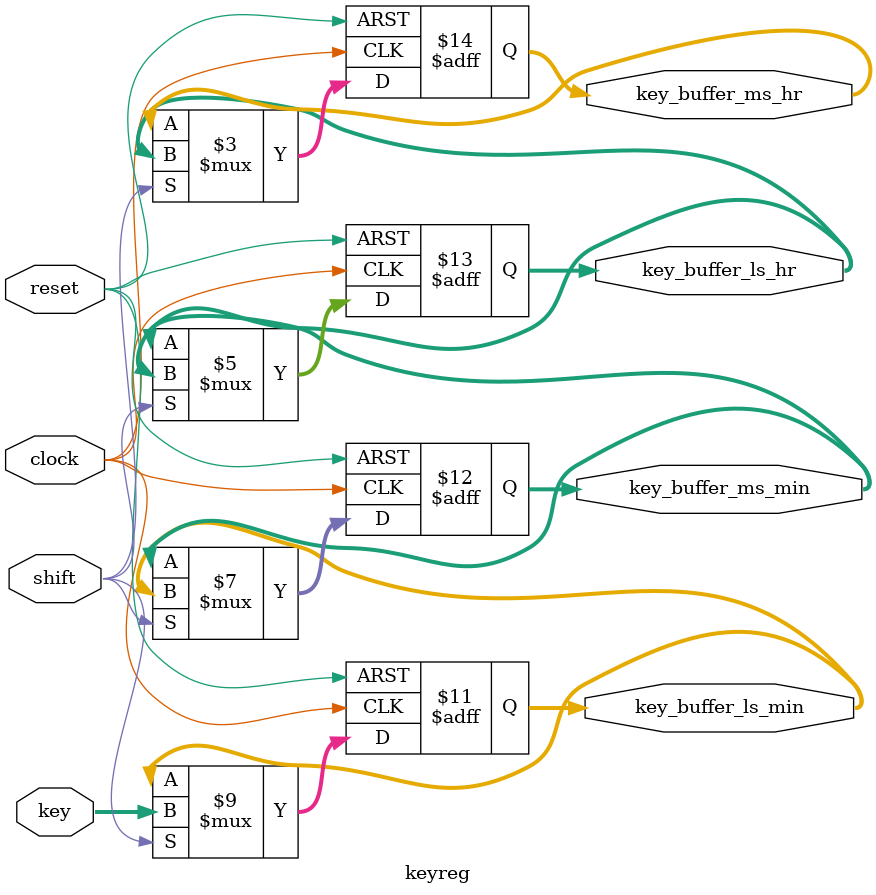
<source format=v>

module keyreg(reset,
              clock,
              shift,
              key,
              key_buffer_ls_min,
              key_buffer_ms_min,
              key_buffer_ls_hr,
              key_buffer_ms_hr);
// Define input and output port direction
  input reset,
        clock,
        shift;
  input [3:0] key;
  output reg [3:0]  key_buffer_ls_min,
                    key_buffer_ms_min,
                    key_buffer_ls_hr,
                    key_buffer_ms_hr;



always @(posedge clock or posedge reset)
begin
  // For asynchronous reset, reset the key_buffer output register to 1'b0
  if (reset)
  begin
    key_buffer_ls_min <= 0;
    key_buffer_ms_min <= 0;
    key_buffer_ls_hr <= 0;
    key_buffer_ms_hr <= 0;
  end
  // Else if there is a shift, perform left shift from LS_MIN to MS_HR
  else  if (shift == 1)
  begin
    key_buffer_ms_hr  <= key_buffer_ls_hr;
    key_buffer_ls_hr  <= key_buffer_ms_min;
    key_buffer_ms_min <= key_buffer_ls_min;
    key_buffer_ls_min <= key;
  end

end

endmodule

</source>
